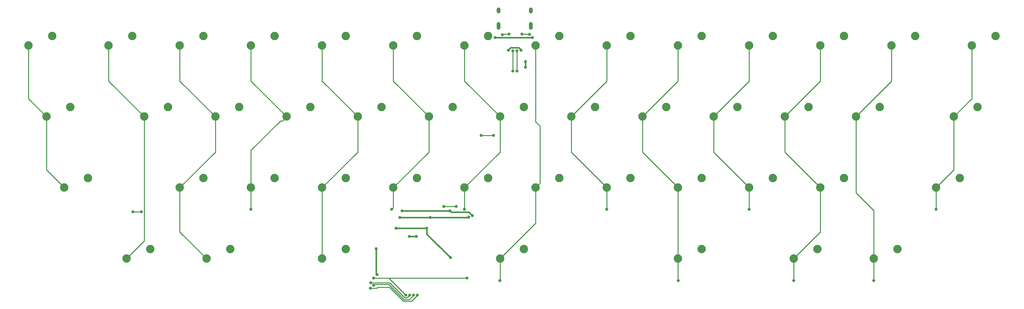
<source format=gbr>
G04 #@! TF.GenerationSoftware,KiCad,Pcbnew,(5.1.4)-1*
G04 #@! TF.CreationDate,2020-11-15T13:42:54-06:00*
G04 #@! TF.ProjectId,minim,6d696e69-6d2e-46b6-9963-61645f706362,rev?*
G04 #@! TF.SameCoordinates,Original*
G04 #@! TF.FileFunction,Copper,L1,Top*
G04 #@! TF.FilePolarity,Positive*
%FSLAX46Y46*%
G04 Gerber Fmt 4.6, Leading zero omitted, Abs format (unit mm)*
G04 Created by KiCad (PCBNEW (5.1.4)-1) date 2020-11-15 13:42:54*
%MOMM*%
%LPD*%
G04 APERTURE LIST*
%ADD10O,1.000000X2.100000*%
%ADD11O,1.000000X1.600000*%
%ADD12C,2.250000*%
%ADD13C,0.800000*%
%ADD14C,0.254000*%
%ADD15C,0.381000*%
G04 APERTURE END LIST*
D10*
X133856000Y-1700000D03*
X142496000Y-1700000D03*
D11*
X133856000Y2480000D03*
X142496000Y2480000D03*
D12*
X29527500Y-6985000D03*
X35877500Y-4445000D03*
X260508750Y-6985000D03*
X266858750Y-4445000D03*
X12858750Y-26035000D03*
X19208750Y-23495000D03*
X39052500Y-26035000D03*
X45402500Y-23495000D03*
X255746250Y-26035000D03*
X262096250Y-23495000D03*
X17621250Y-45085000D03*
X23971250Y-42545000D03*
X48577500Y-45085000D03*
X54927500Y-42545000D03*
X250983750Y-45085000D03*
X257333750Y-42545000D03*
X34290000Y-64135000D03*
X40640000Y-61595000D03*
X55721250Y-64135000D03*
X62071250Y-61595000D03*
X86677500Y-64135000D03*
X93027500Y-61595000D03*
X134302500Y-64135000D03*
X140652500Y-61595000D03*
X181927500Y-64135000D03*
X188277500Y-61595000D03*
X212883750Y-64135000D03*
X219233750Y-61595000D03*
X234315000Y-64135000D03*
X240665000Y-61595000D03*
X8096250Y-6985000D03*
X14446250Y-4445000D03*
X86677500Y-45085000D03*
X93027500Y-42545000D03*
X86677500Y-6985000D03*
X93027500Y-4445000D03*
X220027500Y-45085000D03*
X226377500Y-42545000D03*
X200977500Y-45085000D03*
X207327500Y-42545000D03*
X181927500Y-45085000D03*
X188277500Y-42545000D03*
X162877500Y-45085000D03*
X169227500Y-42545000D03*
X143827500Y-45085000D03*
X150177500Y-42545000D03*
X124777500Y-45085000D03*
X131127500Y-42545000D03*
X105727500Y-45085000D03*
X112077500Y-42545000D03*
X67627500Y-45085000D03*
X73977500Y-42545000D03*
X229552500Y-26035000D03*
X235902500Y-23495000D03*
X210502500Y-26035000D03*
X216852500Y-23495000D03*
X191452500Y-26035000D03*
X197802500Y-23495000D03*
X172402500Y-26035000D03*
X178752500Y-23495000D03*
X153352500Y-26035000D03*
X159702500Y-23495000D03*
X134302500Y-26035000D03*
X140652500Y-23495000D03*
X115252500Y-26035000D03*
X121602500Y-23495000D03*
X96202500Y-26035000D03*
X102552500Y-23495000D03*
X77152500Y-26035000D03*
X83502500Y-23495000D03*
X58102500Y-26035000D03*
X64452500Y-23495000D03*
X239077500Y-6985000D03*
X245427500Y-4445000D03*
X220027500Y-6985000D03*
X226377500Y-4445000D03*
X200977500Y-6985000D03*
X207327500Y-4445000D03*
X181927500Y-6985000D03*
X188277500Y-4445000D03*
X162877500Y-6985000D03*
X169227500Y-4445000D03*
X143827500Y-6985000D03*
X150177500Y-4445000D03*
X124777500Y-6985000D03*
X131127500Y-4445000D03*
X105727500Y-6985000D03*
X112077500Y-4445000D03*
X67627500Y-6985000D03*
X73977500Y-4445000D03*
X48577500Y-6985000D03*
X54927500Y-4445000D03*
D13*
X38325499Y-51587336D03*
X35963479Y-51587336D03*
X67564000Y-50883000D03*
X105287737Y-50910913D03*
X124714000Y-50883000D03*
X134239000Y-70068000D03*
X162814000Y-50883000D03*
X181991000Y-70060000D03*
X200914000Y-50883000D03*
X212852000Y-70060000D03*
X234315000Y-70060000D03*
X250952000Y-50927000D03*
X99626298Y-72066000D03*
X112151089Y-73919233D03*
X129257933Y-31086933D03*
X132557499Y-31115000D03*
X111137134Y-73926134D03*
X100402108Y-71339000D03*
X119253000Y-50165000D03*
X122555000Y-50165000D03*
X99695000Y-70612000D03*
X110115067Y-73920067D03*
X125417819Y-69341000D03*
X109093000Y-73914000D03*
X100457000Y-69342000D03*
X141097000Y-11303000D03*
X141097000Y-12783000D03*
X125941614Y-53043616D03*
X115560228Y-53076228D03*
X142972770Y-4859441D03*
X132969000Y-4826000D03*
X107442000Y-53086000D03*
X111887000Y-58166000D03*
X109982000Y-58166000D03*
X126821279Y-52568021D03*
X120880083Y-51310084D03*
X101092000Y-61468000D03*
X101346000Y-68453000D03*
X108077000Y-51308000D03*
X106426000Y-56007000D03*
X114681000Y-56007000D03*
X121031000Y-63881000D03*
X136465808Y-8206857D03*
X139886192Y-8206857D03*
X136699000Y-3928411D03*
X134874000Y-4064000D03*
X140105894Y-3898170D03*
X142142566Y-3994809D03*
X137670833Y-8372083D03*
X137668000Y-13843000D03*
X138811000Y-8382000D03*
X138811000Y-13843000D03*
D14*
X38325499Y-51587336D02*
X36065143Y-51587336D01*
X36065143Y-51587336D02*
X35963479Y-51587336D01*
X8096250Y-21272500D02*
X12858750Y-26035000D01*
X8096250Y-6985000D02*
X8096250Y-21272500D01*
X12858750Y-40322500D02*
X17621250Y-45085000D01*
X12858750Y-26035000D02*
X12858750Y-40322500D01*
X29527500Y-16510000D02*
X39052500Y-26035000D01*
X29527500Y-6985000D02*
X29527500Y-16510000D01*
X39052500Y-59372500D02*
X34290000Y-64135000D01*
X39052500Y-26035000D02*
X39052500Y-59372500D01*
X58102500Y-26035000D02*
X58034501Y-26102999D01*
X48577500Y-16510000D02*
X58102500Y-26035000D01*
X48577500Y-6985000D02*
X48577500Y-16510000D01*
X58102500Y-35560000D02*
X48577500Y-45085000D01*
X58102500Y-26035000D02*
X58102500Y-35560000D01*
X48577500Y-56991250D02*
X55721250Y-64135000D01*
X48577500Y-45085000D02*
X48577500Y-56991250D01*
X67627500Y-45085000D02*
X67627500Y-50819500D01*
X67627500Y-50819500D02*
X67564000Y-50883000D01*
X67627500Y-16510000D02*
X77152500Y-26035000D01*
X67627500Y-6985000D02*
X67627500Y-16510000D01*
X67627500Y-43494010D02*
X67627500Y-45085000D01*
X67627500Y-35051038D02*
X67627500Y-43494010D01*
X75518539Y-27159999D02*
X67627500Y-35051038D01*
X76027501Y-27159999D02*
X75518539Y-27159999D01*
X77152500Y-26035000D02*
X76027501Y-27159999D01*
X86677500Y-16510000D02*
X96202500Y-26035000D01*
X86677500Y-6985000D02*
X86677500Y-16510000D01*
X96202500Y-35560000D02*
X86677500Y-45085000D01*
X96202500Y-26035000D02*
X96202500Y-35560000D01*
X86677500Y-46675990D02*
X86677500Y-64135000D01*
X86677500Y-45085000D02*
X86677500Y-46675990D01*
X105727500Y-50471150D02*
X105287737Y-50910913D01*
X105727500Y-49974500D02*
X105727500Y-50471150D01*
X105727500Y-45085000D02*
X105727500Y-49974500D01*
X105727500Y-16510000D02*
X115252500Y-26035000D01*
X105727500Y-6985000D02*
X105727500Y-16510000D01*
X115252500Y-35560000D02*
X105727500Y-45085000D01*
X115252500Y-26035000D02*
X115252500Y-35560000D01*
X124777500Y-45085000D02*
X124777500Y-50819500D01*
X124777500Y-50819500D02*
X124714000Y-50883000D01*
X124777500Y-16510000D02*
X134302500Y-26035000D01*
X124777500Y-6985000D02*
X124777500Y-16510000D01*
X134302500Y-35560000D02*
X124777500Y-45085000D01*
X134302500Y-26035000D02*
X134302500Y-35560000D01*
X143827500Y-45085000D02*
X143759501Y-45152999D01*
X134302500Y-64135000D02*
X134302500Y-70004500D01*
X134302500Y-70004500D02*
X134239000Y-70068000D01*
X144952499Y-43960001D02*
X143827500Y-45085000D01*
X144952499Y-28556037D02*
X144952499Y-43960001D01*
X143827500Y-27431038D02*
X144952499Y-28556037D01*
X143827500Y-6985000D02*
X143827500Y-27431038D01*
X143827500Y-54610000D02*
X134302500Y-64135000D01*
X143827500Y-45085000D02*
X143827500Y-54610000D01*
X162877500Y-45085000D02*
X162877500Y-50819500D01*
X162877500Y-50819500D02*
X162814000Y-50883000D01*
X162877500Y-16510000D02*
X153352500Y-26035000D01*
X162877500Y-6985000D02*
X162877500Y-16510000D01*
X153352500Y-35560000D02*
X162877500Y-45085000D01*
X153352500Y-26035000D02*
X153352500Y-35560000D01*
X181927500Y-64135000D02*
X181927500Y-69996500D01*
X181927500Y-69996500D02*
X181991000Y-70060000D01*
X181927500Y-16510000D02*
X172402500Y-26035000D01*
X181927500Y-6985000D02*
X181927500Y-16510000D01*
X172402500Y-35560000D02*
X181927500Y-45085000D01*
X172402500Y-26035000D02*
X172402500Y-35560000D01*
X181927500Y-46675990D02*
X181927500Y-64135000D01*
X181927500Y-45085000D02*
X181927500Y-46675990D01*
X200977500Y-45085000D02*
X200977500Y-50819500D01*
X200977500Y-50819500D02*
X200914000Y-50883000D01*
X200977500Y-16510000D02*
X191452500Y-26035000D01*
X200977500Y-6985000D02*
X200977500Y-16510000D01*
X191452500Y-35560000D02*
X200977500Y-45085000D01*
X191452500Y-26035000D02*
X191452500Y-35560000D01*
X212883750Y-64135000D02*
X212883750Y-70028250D01*
X212883750Y-70028250D02*
X212852000Y-70060000D01*
X220027500Y-16510000D02*
X210502500Y-26035000D01*
X220027500Y-6985000D02*
X220027500Y-16510000D01*
X210502500Y-35560000D02*
X220027500Y-45085000D01*
X210502500Y-26035000D02*
X210502500Y-35560000D01*
X220027500Y-56991250D02*
X212883750Y-64135000D01*
X220027500Y-45085000D02*
X220027500Y-56991250D01*
X234315000Y-64135000D02*
X234315000Y-70060000D01*
X239077500Y-16510000D02*
X229552500Y-26035000D01*
X239077500Y-6985000D02*
X239077500Y-16510000D01*
X229552500Y-27625990D02*
X229552500Y-26035000D01*
X229552500Y-46481038D02*
X229552500Y-27625990D01*
X234315000Y-51243538D02*
X229552500Y-46481038D01*
X234315000Y-64135000D02*
X234315000Y-51243538D01*
X250983750Y-45085000D02*
X250983750Y-50851250D01*
X250983750Y-50851250D02*
X250983750Y-50895250D01*
X250983750Y-50895250D02*
X250952000Y-50927000D01*
X260508750Y-21272500D02*
X255746250Y-26035000D01*
X260508750Y-6985000D02*
X260508750Y-21272500D01*
X255746250Y-40322500D02*
X250983750Y-45085000D01*
X255746250Y-26035000D02*
X255746250Y-40322500D01*
X101280018Y-72066000D02*
X99626298Y-72066000D01*
X111864135Y-74206187D02*
X111864135Y-74275095D01*
X101537019Y-71808999D02*
X101280018Y-72066000D01*
X111864135Y-74275095D02*
X110590209Y-75549021D01*
X112151089Y-73919233D02*
X111864135Y-74206187D01*
X110590209Y-75549021D02*
X108367925Y-75549021D01*
X108367925Y-75549021D02*
X104627903Y-71808999D01*
X104627903Y-71808999D02*
X101537019Y-71808999D01*
X129257933Y-31086933D02*
X132529432Y-31086933D01*
X132529432Y-31086933D02*
X132557499Y-31115000D01*
X109968257Y-75095011D02*
X111137134Y-73926134D01*
X108555982Y-75095011D02*
X109968257Y-75095011D01*
X105072975Y-71612003D02*
X105312985Y-71852015D01*
X105312985Y-71852015D02*
X108555982Y-75095011D01*
X104526980Y-71066010D02*
X105312985Y-71852015D01*
X100637990Y-71066010D02*
X104526980Y-71066010D01*
X100402108Y-71301892D02*
X100637990Y-71066010D01*
X100402108Y-71339000D02*
X100402108Y-71301892D01*
X119253000Y-50165000D02*
X122555000Y-50165000D01*
X109394133Y-74641001D02*
X110115067Y-73920067D01*
X108744039Y-74641001D02*
X109394133Y-74641001D01*
X99695000Y-70612000D02*
X104715038Y-70612000D01*
X104715038Y-70612000D02*
X108744039Y-74641001D01*
X107949000Y-69341000D02*
X108457000Y-69341000D01*
X125417819Y-69341000D02*
X107949000Y-69341000D01*
X106681000Y-69341000D02*
X107187000Y-69341000D01*
X107949000Y-69341000D02*
X106681000Y-69341000D01*
X104520000Y-69341000D02*
X103250000Y-69341000D01*
X109093000Y-73914000D02*
X104520000Y-69341000D01*
X106681000Y-69341000D02*
X103250000Y-69341000D01*
X103250000Y-69341000D02*
X100458000Y-69341000D01*
X100458000Y-69341000D02*
X100457000Y-69342000D01*
D15*
X141097000Y-11303000D02*
X141097000Y-12783000D01*
X125909002Y-53076228D02*
X125941614Y-53043616D01*
X115560228Y-53076228D02*
X125909002Y-53076228D01*
X133002441Y-4859441D02*
X132969000Y-4826000D01*
X142972770Y-4859441D02*
X133002441Y-4859441D01*
X115560228Y-53076228D02*
X112204208Y-53076228D01*
X112204208Y-53076228D02*
X107451772Y-53076228D01*
X107451772Y-53076228D02*
X107442000Y-53086000D01*
X111887000Y-58166000D02*
X109982000Y-58166000D01*
X126821279Y-52568021D02*
X125926759Y-51673501D01*
X125926759Y-51673501D02*
X121243500Y-51673501D01*
X121243500Y-51673501D02*
X120880083Y-51310084D01*
X101092000Y-61468000D02*
X101092000Y-68199000D01*
X101092000Y-68199000D02*
X101346000Y-68453000D01*
X115692832Y-51308000D02*
X115694916Y-51310084D01*
X112903000Y-51308000D02*
X115692832Y-51308000D01*
X120880083Y-51310084D02*
X115694916Y-51310084D01*
X115694916Y-51310084D02*
X114683084Y-51310084D01*
X112903000Y-51308000D02*
X108839000Y-51308000D01*
X108839000Y-51308000D02*
X108077000Y-51308000D01*
X106426000Y-56007000D02*
X114681000Y-56007000D01*
X120994586Y-63881000D02*
X121031000Y-63881000D01*
X114681000Y-56007000D02*
X114681000Y-57567414D01*
X114681000Y-57567414D02*
X120994586Y-63881000D01*
X139260917Y-7581582D02*
X139886192Y-8206857D01*
X136465808Y-8206857D02*
X137091083Y-7581582D01*
X137091083Y-7581582D02*
X139260917Y-7581582D01*
D14*
X136699000Y-3928411D02*
X135009589Y-3928411D01*
X135009589Y-3928411D02*
X134874000Y-4064000D01*
X140105894Y-3898170D02*
X142045927Y-3898170D01*
X142045927Y-3898170D02*
X142142566Y-3994809D01*
X137670833Y-8372083D02*
X137670833Y-13840167D01*
X137670833Y-13840167D02*
X137668000Y-13843000D01*
X138811000Y-8382000D02*
X138811000Y-13843000D01*
M02*

</source>
